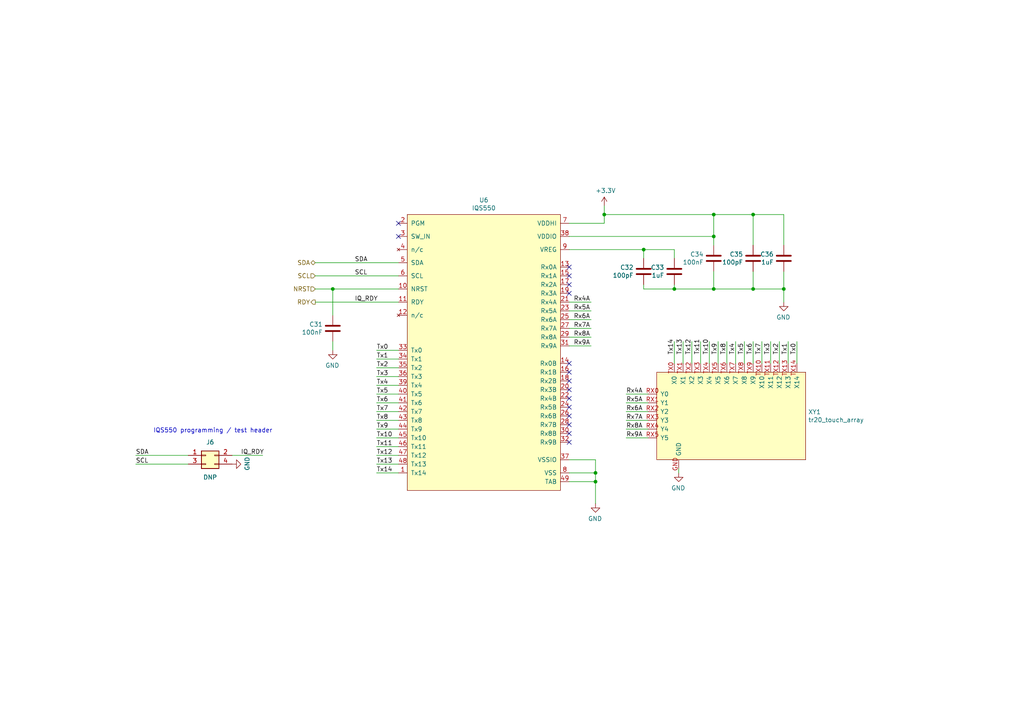
<source format=kicad_sch>
(kicad_sch (version 20230221) (generator eeschema)
  (paper "A4")
  (lib_symbols
    (symbol "Connector_Generic:Conn_02x02_Odd_Even" (pin_names (offset 1.016) hide)
      (property "Reference" "J" (at 1.27 2.54 0))
      (property "Value" "Conn_02x02_Odd_Even" (at 1.27 -5.08 0))
      (symbol "Conn_02x02_Odd_Even_1_1"
        (rectangle (start -1.27 -2.413) (end 0 -2.667) (stroke (width 0.1524)))
        (rectangle (start -1.27 0.127) (end 0 -0.127) (stroke (width 0.1524)))
        (rectangle (start -1.27 1.27) (end 3.81 -3.81) (stroke (width 0.254)) (fill (type background)))
        (rectangle (start 3.81 -2.413) (end 2.54 -2.667) (stroke (width 0.1524)))
        (rectangle (start 3.81 0.127) (end 2.54 -0.127) (stroke (width 0.1524)))
        (pin passive line (at -5.08 0 0) (length 3.81) (name "Pin_1") (number "1"))
        (pin passive line (at 7.62 0 180) (length 3.81) (name "Pin_2") (number "2"))
        (pin passive line (at -5.08 -2.54 0) (length 3.81) (name "Pin_3") (number "3"))
        (pin passive line (at 7.62 -2.54 180) (length 3.81) (name "Pin_4") (number "4"))
      )
    )
    (symbol "Device:C" (pin_numbers hide) (pin_names (offset 0.254))
      (property "Reference" "C" (at 0.635 2.54 0))
      (property "Value" "C" (at 0.635 -2.54 0))
      (symbol "C_0_1"
        (polyline (pts (xy -2.032 -0.762) (xy 2.032 -0.762)) (stroke (width 0.508)))
        (polyline (pts (xy -2.032 0.762) (xy 2.032 0.762)) (stroke (width 0.508)))
      )
      (symbol "C_1_1"
        (pin passive line (at 0 3.81 270) (length 2.794) (name "~") (number "1"))
        (pin passive line (at 0 -3.81 90) (length 2.794) (name "~") (number "2"))
      )
    )
    (symbol "j_Sensor_Touch:IQS550" (pin_names (offset 1.016))
      (property "Reference" "U" (at -21.59 38.1 0))
      (property "Value" "IQS550" (at -19.05 -44.45 0))
      (symbol "IQS550_0_1"
        (rectangle (start -22.86 36.83) (end 21.59 -43.18) (fill (type background)))
      )
      (symbol "IQS550_1_1"
        (pin output line (at -25.4 -38.1 0) (length 2.54) (name "Tx14") (number "1"))
        (pin input line (at -25.4 15.24 0) (length 2.54) (name "NRST") (number "10"))
        (pin output line (at -25.4 11.43 0) (length 2.54) (name "RDY") (number "11"))
        (pin no_connect line (at -25.4 7.62 0) (length 2.54) (name "n/c") (number "12"))
        (pin input line (at 24.13 21.59 180) (length 2.54) (name "Rx0A") (number "13"))
        (pin input line (at 24.13 -6.35 180) (length 2.54) (name "Rx0B") (number "14"))
        (pin input line (at 24.13 19.05 180) (length 2.54) (name "Rx1A") (number "15"))
        (pin input line (at 24.13 -8.89 180) (length 2.54) (name "Rx1B") (number "16"))
        (pin input line (at 24.13 16.51 180) (length 2.54) (name "Rx2A") (number "17"))
        (pin input line (at 24.13 -11.43 180) (length 2.54) (name "Rx2B") (number "18"))
        (pin input line (at 24.13 13.97 180) (length 2.54) (name "Rx3A") (number "19"))
        (pin unspecified line (at -25.4 34.29 0) (length 2.54) (name "PGM") (number "2"))
        (pin input line (at 24.13 -13.97 180) (length 2.54) (name "Rx3B") (number "20"))
        (pin input line (at 24.13 11.43 180) (length 2.54) (name "Rx4A") (number "21"))
        (pin input line (at 24.13 -16.51 180) (length 2.54) (name "Rx4B") (number "22"))
        (pin input line (at 24.13 8.89 180) (length 2.54) (name "Rx5A") (number "23"))
        (pin input line (at 24.13 -19.05 180) (length 2.54) (name "Rx5B") (number "24"))
        (pin input line (at 24.13 6.35 180) (length 2.54) (name "Rx6A") (number "25"))
        (pin input line (at 24.13 -21.59 180) (length 2.54) (name "Rx6B") (number "26"))
        (pin input line (at 24.13 3.81 180) (length 2.54) (name "Rx7A") (number "27"))
        (pin input line (at 24.13 -24.13 180) (length 2.54) (name "Rx7B") (number "28"))
        (pin input line (at 24.13 1.27 180) (length 2.54) (name "Rx8A") (number "29"))
        (pin input line (at -25.4 30.48 0) (length 2.54) (name "SW_IN") (number "3"))
        (pin input line (at 24.13 -26.67 180) (length 2.54) (name "Rx8B") (number "30"))
        (pin input line (at 24.13 -1.27 180) (length 2.54) (name "Rx9A") (number "31"))
        (pin input line (at 24.13 -29.21 180) (length 2.54) (name "Rx9B") (number "32"))
        (pin output line (at -25.4 -2.54 0) (length 2.54) (name "Tx0") (number "33"))
        (pin output line (at -25.4 -5.08 0) (length 2.54) (name "Tx1") (number "34"))
        (pin output line (at -25.4 -7.62 0) (length 2.54) (name "Tx2") (number "35"))
        (pin output line (at -25.4 -10.16 0) (length 2.54) (name "Tx3") (number "36"))
        (pin power_in line (at 24.13 -34.29 180) (length 2.54) (name "VSSIO") (number "37"))
        (pin power_in line (at 24.13 30.48 180) (length 2.54) (name "VDDIO") (number "38"))
        (pin output line (at -25.4 -12.7 0) (length 2.54) (name "Tx4") (number "39"))
        (pin no_connect line (at -25.4 26.67 0) (length 2.54) (name "n/c") (number "4"))
        (pin output line (at -25.4 -15.24 0) (length 2.54) (name "Tx5") (number "40"))
        (pin output line (at -25.4 -17.78 0) (length 2.54) (name "Tx6") (number "41"))
        (pin output line (at -25.4 -20.32 0) (length 2.54) (name "Tx7") (number "42"))
        (pin output line (at -25.4 -22.86 0) (length 2.54) (name "Tx8") (number "43"))
        (pin output line (at -25.4 -25.4 0) (length 2.54) (name "Tx9") (number "44"))
        (pin output line (at -25.4 -27.94 0) (length 2.54) (name "Tx10") (number "45"))
        (pin output line (at -25.4 -30.48 0) (length 2.54) (name "Tx11") (number "46"))
        (pin output line (at -25.4 -33.02 0) (length 2.54) (name "Tx12") (number "47"))
        (pin output line (at -25.4 -35.56 0) (length 2.54) (name "Tx13") (number "48"))
        (pin passive line (at 24.13 -40.64 180) (length 2.54) (name "TAB") (number "49"))
        (pin open_collector line (at -25.4 22.86 0) (length 2.54) (name "SDA") (number "5"))
        (pin input line (at -25.4 19.05 0) (length 2.54) (name "SCL") (number "6"))
        (pin power_in line (at 24.13 34.29 180) (length 2.54) (name "VDDHI") (number "7"))
        (pin power_in line (at 24.13 -38.1 180) (length 2.54) (name "VSS") (number "8"))
        (pin power_out line (at 24.13 26.67 180) (length 2.54) (name "VREG") (number "9"))
      )
    )
    (symbol "j_Sensor_Touch:tr20_touch_array" (pin_names (offset 1.016))
      (property "Reference" "A" (at 0 2.54 0))
      (property "Value" "tr20_touch_array" (at 0 -2.54 0))
      (symbol "tr20_touch_array_0_1"
        (rectangle (start -20.32 12.7) (end 22.86 -12.7) (fill (type background)))
      )
      (symbol "tr20_touch_array_1_1"
        (pin passive line (at -13.97 -15.24 90) (length 2.54) (name "GND") (number "GND"))
        (pin passive line (at -22.86 6.35 0) (length 2.54) (name "Y0") (number "RX0"))
        (pin passive line (at -22.86 3.81 0) (length 2.54) (name "Y1") (number "RX1"))
        (pin passive line (at -22.86 1.27 0) (length 2.54) (name "Y2") (number "RX2"))
        (pin passive line (at -22.86 -1.27 0) (length 2.54) (name "Y3") (number "RX3"))
        (pin passive line (at -22.86 -3.81 0) (length 2.54) (name "Y4") (number "RX4"))
        (pin passive line (at -22.86 -6.35 0) (length 2.54) (name "Y5") (number "RX5"))
        (pin passive line (at -15.24 15.24 270) (length 2.54) (name "X0") (number "TX0"))
        (pin passive line (at -12.7 15.24 270) (length 2.54) (name "X1") (number "TX1"))
        (pin passive line (at 10.16 15.24 270) (length 2.54) (name "X10") (number "TX10"))
        (pin passive line (at 12.7 15.24 270) (length 2.54) (name "X11") (number "TX11"))
        (pin passive line (at 15.24 15.24 270) (length 2.54) (name "X12") (number "TX12"))
        (pin passive line (at 17.78 15.24 270) (length 2.54) (name "X13") (number "TX13"))
        (pin passive line (at 20.32 15.24 270) (length 2.54) (name "X14") (number "TX14"))
        (pin passive line (at -10.16 15.24 270) (length 2.54) (name "X2") (number "TX2"))
        (pin passive line (at -7.62 15.24 270) (length 2.54) (name "X3") (number "TX3"))
        (pin passive line (at -5.08 15.24 270) (length 2.54) (name "X4") (number "TX4"))
        (pin passive line (at -2.54 15.24 270) (length 2.54) (name "X5") (number "TX5"))
        (pin passive line (at 0 15.24 270) (length 2.54) (name "X6") (number "TX6"))
        (pin passive line (at 2.54 15.24 270) (length 2.54) (name "X7") (number "TX7"))
        (pin passive line (at 5.08 15.24 270) (length 2.54) (name "X8") (number "TX8"))
        (pin passive line (at 7.62 15.24 270) (length 2.54) (name "X9") (number "TX9"))
      )
    )
    (symbol "power:+3.3V" (power) (pin_names (offset 0))
      (property "Value" "+3.3V" (at 0 3.556 0))
      (symbol "+3.3V_0_1"
        (polyline (pts (xy -0.762 1.27) (xy 0 2.54)))
        (polyline (pts (xy 0 0) (xy 0 2.54)))
        (polyline (pts (xy 0 2.54) (xy 0.762 1.27)))
      )
      (symbol "+3.3V_1_1"
        (pin power_in line (at 0 0 90) (length 0) hide (name "+3.3V") (number "1"))
      )
    )
    (symbol "power:GND" (power) (pin_names (offset 0))
      (property "Value" "GND" (at 0 -3.81 0))
      (symbol "GND_0_1"
        (polyline (pts (xy 0 0) (xy 0 -1.27) (xy 1.27 -1.27) (xy 0 -2.54) (xy -1.27 -1.27) (xy 0 -1.27)))
      )
      (symbol "GND_1_1"
        (pin power_in line (at 0 0 270) (length 0) hide (name "GND") (number "1"))
      )
    )
  )
  (junction (at 218.44 83.82))
  (junction (at 227.33 83.82))
  (junction (at 195.58 83.82))
  (junction (at 218.44 62.23))
  (junction (at 172.72 137.16))
  (junction (at 175.26 62.23))
  (junction (at 96.52 83.82))
  (junction (at 207.01 62.23))
  (junction (at 207.01 68.58))
  (junction (at 172.72 139.7))
  (junction (at 207.01 83.82))
  (junction (at 186.69 72.39))
  (no_connect (at 165.1 125.73))
  (no_connect (at 165.1 123.19))
  (no_connect (at 165.1 107.95))
  (no_connect (at 165.1 113.03))
  (no_connect (at 165.1 77.47))
  (no_connect (at 165.1 85.09))
  (no_connect (at 165.1 120.65))
  (no_connect (at 165.1 115.57))
  (no_connect (at 115.57 68.58))
  (no_connect (at 165.1 118.11))
  (no_connect (at 165.1 82.55))
  (no_connect (at 115.57 64.77))
  (no_connect (at 165.1 105.41))
  (no_connect (at 165.1 80.01))
  (no_connect (at 165.1 128.27))
  (no_connect (at 165.1 110.49))
  (wire (pts (xy 186.69 74.93) (xy 186.69 72.39)))
  (wire (pts (xy 226.06 105.41) (xy 226.06 99.06)))
  (wire (pts (xy 228.6 105.41) (xy 228.6 99.06)))
  (wire (pts (xy 186.69 82.55) (xy 186.69 83.82)))
  (wire (pts (xy 198.12 105.41) (xy 198.12 99.06)))
  (wire (pts (xy 207.01 68.58) (xy 207.01 62.23)))
  (wire (pts (xy 115.57 109.22) (xy 109.22 109.22)))
  (wire (pts (xy 165.1 92.71) (xy 171.45 92.71)))
  (wire (pts (xy 227.33 62.23) (xy 227.33 71.12)))
  (wire (pts (xy 195.58 82.55) (xy 195.58 83.82)))
  (wire (pts (xy 195.58 83.82) (xy 207.01 83.82)))
  (wire (pts (xy 205.74 105.41) (xy 205.74 99.06)))
  (wire (pts (xy 172.72 139.7) (xy 172.72 146.05)))
  (wire (pts (xy 227.33 83.82) (xy 227.33 87.63)))
  (wire (pts (xy 172.72 133.35) (xy 172.72 137.16)))
  (wire (pts (xy 181.61 114.3) (xy 187.96 114.3)))
  (wire (pts (xy 54.61 132.08) (xy 39.37 132.08)))
  (wire (pts (xy 186.69 72.39) (xy 195.58 72.39)))
  (wire (pts (xy 200.66 105.41) (xy 200.66 99.06)))
  (wire (pts (xy 115.57 119.38) (xy 109.22 119.38)))
  (wire (pts (xy 96.52 83.82) (xy 96.52 91.44)))
  (wire (pts (xy 115.57 76.2) (xy 91.44 76.2)))
  (wire (pts (xy 187.96 127) (xy 181.61 127)))
  (wire (pts (xy 175.26 64.77) (xy 175.26 62.23)))
  (wire (pts (xy 207.01 68.58) (xy 207.01 71.12)))
  (wire (pts (xy 165.1 133.35) (xy 172.72 133.35)))
  (wire (pts (xy 165.1 137.16) (xy 172.72 137.16)))
  (wire (pts (xy 207.01 83.82) (xy 218.44 83.82)))
  (wire (pts (xy 218.44 62.23) (xy 227.33 62.23)))
  (wire (pts (xy 186.69 83.82) (xy 195.58 83.82)))
  (wire (pts (xy 220.98 105.41) (xy 220.98 99.06)))
  (wire (pts (xy 175.26 62.23) (xy 175.26 59.69)))
  (wire (pts (xy 115.57 121.92) (xy 109.22 121.92)))
  (wire (pts (xy 172.72 137.16) (xy 172.72 139.7)))
  (wire (pts (xy 165.1 64.77) (xy 175.26 64.77)))
  (wire (pts (xy 115.57 114.3) (xy 109.22 114.3)))
  (wire (pts (xy 115.57 137.16) (xy 109.22 137.16)))
  (wire (pts (xy 331.47 817.88) (xy 321.31 817.88)))
  (wire (pts (xy 227.33 83.82) (xy 227.33 78.74)))
  (wire (pts (xy 195.58 105.41) (xy 195.58 99.06)))
  (wire (pts (xy 115.57 80.01) (xy 91.44 80.01)))
  (wire (pts (xy 115.57 132.08) (xy 109.22 132.08)))
  (wire (pts (xy 218.44 83.82) (xy 227.33 83.82)))
  (wire (pts (xy 187.96 121.92) (xy 181.61 121.92)))
  (wire (pts (xy 115.57 83.82) (xy 96.52 83.82)))
  (wire (pts (xy 115.57 104.14) (xy 109.22 104.14)))
  (wire (pts (xy 115.57 127) (xy 109.22 127)))
  (wire (pts (xy 175.26 62.23) (xy 207.01 62.23)))
  (wire (pts (xy 187.96 116.84) (xy 181.61 116.84)))
  (wire (pts (xy 213.36 105.41) (xy 213.36 99.06)))
  (wire (pts (xy 54.61 134.62) (xy 39.37 134.62)))
  (wire (pts (xy 207.01 62.23) (xy 218.44 62.23)))
  (wire (pts (xy 165.1 139.7) (xy 172.72 139.7)))
  (wire (pts (xy 96.52 99.06) (xy 96.52 101.6)))
  (wire (pts (xy 218.44 71.12) (xy 218.44 62.23)))
  (wire (pts (xy 115.57 111.76) (xy 109.22 111.76)))
  (wire (pts (xy 96.52 83.82) (xy 91.44 83.82)))
  (wire (pts (xy 115.57 129.54) (xy 109.22 129.54)))
  (wire (pts (xy 218.44 105.41) (xy 218.44 99.06)))
  (wire (pts (xy 195.58 72.39) (xy 195.58 74.93)))
  (wire (pts (xy 165.1 95.25) (xy 171.45 95.25)))
  (wire (pts (xy 196.85 137.16) (xy 196.85 135.89)))
  (wire (pts (xy 165.1 100.33) (xy 171.45 100.33)))
  (wire (pts (xy 115.57 124.46) (xy 109.22 124.46)))
  (wire (pts (xy 115.57 134.62) (xy 109.22 134.62)))
  (wire (pts (xy 187.96 119.38) (xy 181.61 119.38)))
  (wire (pts (xy 187.96 124.46) (xy 181.61 124.46)))
  (wire (pts (xy 215.9 105.41) (xy 215.9 99.06)))
  (wire (pts (xy 165.1 72.39) (xy 186.69 72.39)))
  (wire (pts (xy 115.57 101.6) (xy 109.22 101.6)))
  (wire (pts (xy 165.1 68.58) (xy 207.01 68.58)))
  (wire (pts (xy 115.57 87.63) (xy 91.44 87.63)))
  (wire (pts (xy 165.1 90.17) (xy 171.45 90.17)))
  (wire (pts (xy 231.14 105.41) (xy 231.14 99.06)))
  (wire (pts (xy 165.1 87.63) (xy 171.45 87.63)))
  (wire (pts (xy 223.52 105.41) (xy 223.52 99.06)))
  (wire (pts (xy 203.2 105.41) (xy 203.2 99.06)))
  (wire (pts (xy 115.57 116.84) (xy 109.22 116.84)))
  (wire (pts (xy 207.01 78.74) (xy 207.01 83.82)))
  (wire (pts (xy 321.31 820.42) (xy 331.47 820.42)))
  (wire (pts (xy 165.1 97.79) (xy 171.45 97.79)))
  (wire (pts (xy 67.31 132.08) (xy 76.2 132.08)))
  (wire (pts (xy 208.28 105.41) (xy 208.28 99.06)))
  (wire (pts (xy 210.82 105.41) (xy 210.82 99.06)))
  (wire (pts (xy 218.44 78.74) (xy 218.44 83.82)))
  (wire (pts (xy 115.57 106.68) (xy 109.22 106.68)))
  (text "IQS550 programming / test header" (at 44.45 125.73 0) (effects (font (size 1.27 1.27)) (justify left bottom)))
  (label "Rx9A" (at 181.61 127 0))
  (label "Rx9A" (at 166.37 100.33 0))
  (label "Tx7" (at 109.22 119.38 0))
  (label "SDA" (at 39.37 132.08 0))
  (label "Rx7A" (at 181.61 121.92 0))
  (label "Rx4A" (at 166.37 87.63 0))
  (label "Tx10" (at 205.74 102.87 90))
  (label "SCL" (at 102.87 80.01 0))
  (label "Tx14" (at 109.22 137.16 0))
  (label "Tx13" (at 198.12 102.87 90))
  (label "Rx6A" (at 166.37 92.71 0))
  (label "IQ_RDY" (at 69.85 132.08 0))
  (label "Tx11" (at 109.22 129.54 0))
  (label "Rx5A" (at 166.37 90.17 0))
  (label "Rx6A" (at 181.61 119.38 0))
  (label "Tx9" (at 109.22 124.46 0))
  (label "Tx0" (at 109.22 101.6 0))
  (label "Tx7" (at 220.98 102.87 90))
  (label "Tx12" (at 200.66 102.87 90))
  (label "SCL" (at 39.37 134.62 0))
  (label "Rx7A" (at 166.37 95.25 0))
  (label "Rx5A" (at 181.61 116.84 0))
  (label "Tx2" (at 226.06 102.87 90))
  (label "Rx8A" (at 166.37 97.79 0))
  (label "Tx2" (at 109.22 106.68 0))
  (label "Tx8" (at 210.82 102.87 90))
  (label "Tx14" (at 195.58 102.87 90))
  (label "Tx3" (at 109.22 109.22 0))
  (label "SDA" (at 102.87 76.2 0))
  (label "Tx8" (at 109.22 121.92 0))
  (label "Tx1" (at 228.6 102.87 90))
  (label "IQ_RDY" (at 102.87 87.63 0))
  (label "Tx3" (at 223.52 102.87 90))
  (label "Rx8A" (at 181.61 124.46 0))
  (label "Tx1" (at 109.22 104.14 0))
  (label "Tx5" (at 215.9 102.87 90))
  (label "Tx6" (at 109.22 116.84 0))
  (label "Tx5" (at 109.22 114.3 0))
  (label "Tx9" (at 208.28 102.87 90))
  (label "Tx4" (at 109.22 111.76 0))
  (label "Tx12" (at 109.22 132.08 0))
  (label "Tx6" (at 218.44 102.87 90))
  (label "Tx11" (at 203.2 102.87 90))
  (label "Tx13" (at 109.22 134.62 0))
  (label "Tx10" (at 109.22 127 0))
  (label "Rx4A" (at 181.61 114.3 0))
  (label "Tx4" (at 213.36 102.87 90))
  (label "Tx0" (at 231.14 102.87 90))
  (hierarchical_label "SDA" (shape bidirectional) (at 91.44 76.2 180))
  (hierarchical_label "RDY" (shape output) (at 91.44 87.63 180))
  (hierarchical_label "SCL" (shape input) (at 91.44 80.01 180))
  (hierarchical_label "NRST" (shape input) (at 91.44 83.82 180))
  (symbol (lib_id "j_Sensor_Touch:IQS550") (at 140.97 99.06 0) (unit 1)
    (property "Reference" "U6" (at 140.335 58.039 0))
    (property "Value" "IQS550" (at 140.335 60.3504 0))
    (property "Footprint" "Package_DFN_QFN:QFN-48-1EP_7x7mm_P0.5mm_EP5.45x5.45mm" (effects hide))
  )
  (symbol (lib_id "power:GND") (at 172.72 146.05 0) (mirror y) (unit 1)
    (property "Reference" "#PWR070" (effects hide))
    (property "Value" "GND" (at 172.593 150.4442 0))
  )
  (symbol (lib_id "Device:C") (at 186.69 78.74 0) (mirror y) (unit 1)
    (property "Reference" "C32" (at 183.769 77.5716 0) (effects (justify left)))
    (property "Value" "100pF" (at 183.769 79.883 0) (effects (justify left)))
    (property "Footprint" "Capacitor_SMD:C_0402_1005Metric" (effects hide))
  )
  (symbol (lib_id "Device:C") (at 195.58 78.74 0) (mirror y) (unit 1)
    (property "Reference" "C33" (at 192.659 77.5716 0) (effects (justify left)))
    (property "Value" "1uF" (at 192.659 79.883 0) (effects (justify left)))
    (property "Footprint" "Capacitor_SMD:C_0603_1608Metric" (effects hide))
  )
  (symbol (lib_id "Device:C") (at 207.01 74.93 0) (mirror y) (unit 1)
    (property "Reference" "C34" (at 204.089 73.7616 0) (effects (justify left)))
    (property "Value" "100nF" (at 204.089 76.073 0) (effects (justify left)))
    (property "Footprint" "Capacitor_SMD:C_0402_1005Metric" (effects hide))
  )
  (symbol (lib_id "Device:C") (at 218.44 74.93 0) (mirror y) (unit 1)
    (property "Reference" "C35" (at 215.519 73.7616 0) (effects (justify left)))
    (property "Value" "100pF" (at 215.519 76.073 0) (effects (justify left)))
    (property "Footprint" "Capacitor_SMD:C_0402_1005Metric" (effects hide))
  )
  (symbol (lib_id "Device:C") (at 227.33 74.93 0) (mirror y) (unit 1)
    (property "Reference" "C36" (at 224.409 73.7616 0) (effects (justify left)))
    (property "Value" "1uF" (at 224.409 76.073 0) (effects (justify left)))
    (property "Footprint" "Capacitor_SMD:C_0603_1608Metric" (effects hide))
  )
  (symbol (lib_id "power:+3.3V") (at 175.26 59.69 0) (unit 1)
    (property "Reference" "#PWR071" (effects hide))
    (property "Value" "+3.3V" (at 175.641 55.2958 0))
  )
  (symbol (lib_id "power:GND") (at 227.33 87.63 0) (mirror y) (unit 1)
    (property "Reference" "#PWR073" (effects hide))
    (property "Value" "GND" (at 227.203 92.0242 0))
  )
  (symbol (lib_id "Device:C") (at 96.52 95.25 0) (mirror y) (unit 1)
    (property "Reference" "C31" (at 93.599 94.0816 0) (effects (justify left)))
    (property "Value" "100nF" (at 93.599 96.393 0) (effects (justify left)))
    (property "Footprint" "Capacitor_SMD:C_0402_1005Metric" (effects hide))
  )
  (symbol (lib_id "power:GND") (at 96.52 101.6 0) (mirror y) (unit 1)
    (property "Reference" "#PWR069" (effects hide))
    (property "Value" "GND" (at 96.393 105.9942 0))
  )
  (symbol (lib_id "power:GND") (at 196.85 137.16 0) (mirror y) (unit 1)
    (property "Reference" "#PWR072" (effects hide))
    (property "Value" "GND" (at 196.723 141.5542 0))
  )
  (symbol (lib_id "power:GND") (at 67.31 134.62 90) (unit 1)
    (property "Reference" "#PWR0121" (effects hide))
    (property "Value" "GND" (at 71.7042 134.493 0))
  )
  (symbol (lib_id "Connector_Generic:Conn_02x02_Odd_Even") (at 59.69 132.08 0) (unit 1)
    (property "Reference" "J6" (at 60.96 128.27 0))
    (property "Value" "DNP" (at 60.96 138.43 0))
    (property "Footprint" "Connector_PinHeader_2.54mm:PinHeader_2x02_P2.54mm_Vertical" (effects hide))
  )
  (symbol (lib_id "j_Sensor_Touch:tr20_touch_array") (at 210.82 120.65 0) (unit 1)
    (property "Reference" "XY1" (at 234.3912 119.4816 0) (effects (justify left)))
    (property "Value" "tr20_touch_array" (at 234.3912 121.793 0) (effects (justify left)))
    (property "Footprint" "jeffmakes-footprints:Touch_Array_TR20" (effects hide))
  )
)
</source>
